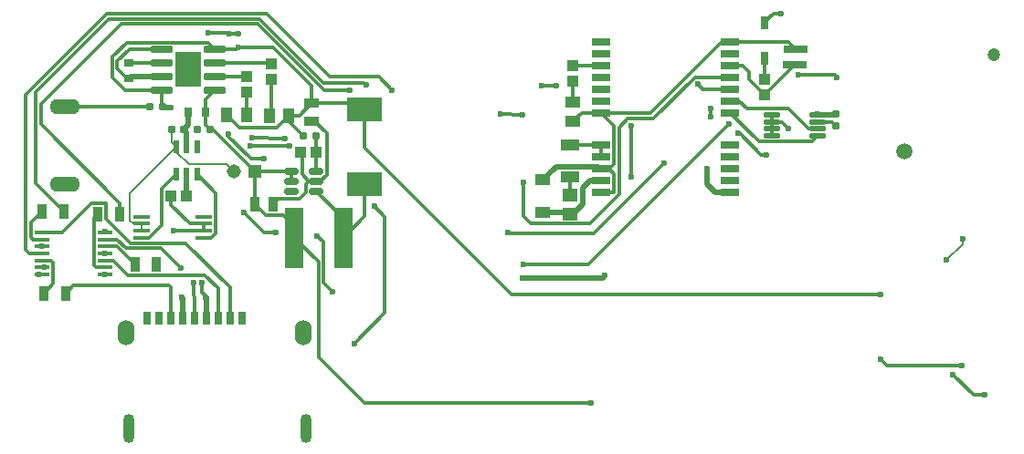
<source format=gbr>
%TF.GenerationSoftware,KiCad,Pcbnew,8.0.3*%
%TF.CreationDate,2025-01-08T01:15:00+05:30*%
%TF.ProjectId,gps,6770732e-6b69-4636-9164-5f7063625858,rev?*%
%TF.SameCoordinates,Original*%
%TF.FileFunction,Copper,L1,Top*%
%TF.FilePolarity,Positive*%
%FSLAX46Y46*%
G04 Gerber Fmt 4.6, Leading zero omitted, Abs format (unit mm)*
G04 Created by KiCad (PCBNEW 8.0.3) date 2025-01-08 01:15:00*
%MOMM*%
%LPD*%
G01*
G04 APERTURE LIST*
G04 Aperture macros list*
%AMRoundRect*
0 Rectangle with rounded corners*
0 $1 Rounding radius*
0 $2 $3 $4 $5 $6 $7 $8 $9 X,Y pos of 4 corners*
0 Add a 4 corners polygon primitive as box body*
4,1,4,$2,$3,$4,$5,$6,$7,$8,$9,$2,$3,0*
0 Add four circle primitives for the rounded corners*
1,1,$1+$1,$2,$3*
1,1,$1+$1,$4,$5*
1,1,$1+$1,$6,$7*
1,1,$1+$1,$8,$9*
0 Add four rect primitives between the rounded corners*
20,1,$1+$1,$2,$3,$4,$5,0*
20,1,$1+$1,$4,$5,$6,$7,0*
20,1,$1+$1,$6,$7,$8,$9,0*
20,1,$1+$1,$8,$9,$2,$3,0*%
G04 Aperture macros list end*
%TA.AperFunction,SMDPad,CuDef*%
%ADD10RoundRect,0.155000X0.212500X0.155000X-0.212500X0.155000X-0.212500X-0.155000X0.212500X-0.155000X0*%
%TD*%
%TA.AperFunction,SMDPad,CuDef*%
%ADD11RoundRect,0.155000X-0.155000X0.212500X-0.155000X-0.212500X0.155000X-0.212500X0.155000X0.212500X0*%
%TD*%
%TA.AperFunction,SMDPad,CuDef*%
%ADD12R,1.020000X1.040000*%
%TD*%
%TA.AperFunction,SMDPad,CuDef*%
%ADD13R,1.470000X0.970000*%
%TD*%
%TA.AperFunction,SMDPad,CuDef*%
%ADD14R,1.100000X1.450000*%
%TD*%
%TA.AperFunction,SMDPad,CuDef*%
%ADD15R,0.590000X1.210000*%
%TD*%
%TA.AperFunction,SMDPad,CuDef*%
%ADD16R,2.200000X0.650000*%
%TD*%
%TA.AperFunction,SMDPad,CuDef*%
%ADD17R,2.300000X0.650000*%
%TD*%
%TA.AperFunction,SMDPad,CuDef*%
%ADD18R,0.950000X1.450000*%
%TD*%
%TA.AperFunction,SMDPad,CuDef*%
%ADD19R,0.700000X1.200000*%
%TD*%
%TA.AperFunction,ComponentPad*%
%ADD20O,1.550000X2.350000*%
%TD*%
%TA.AperFunction,ComponentPad*%
%ADD21O,1.050000X2.700000*%
%TD*%
%TA.AperFunction,SMDPad,CuDef*%
%ADD22R,1.800000X0.800000*%
%TD*%
%TA.AperFunction,SMDPad,CuDef*%
%ADD23R,0.900000X0.650000*%
%TD*%
%TA.AperFunction,SMDPad,CuDef*%
%ADD24R,1.470000X1.200000*%
%TD*%
%TA.AperFunction,SMDPad,CuDef*%
%ADD25R,1.040000X1.020000*%
%TD*%
%TA.AperFunction,SMDPad,CuDef*%
%ADD26RoundRect,0.122500X-0.627500X-0.122500X0.627500X-0.122500X0.627500X0.122500X-0.627500X0.122500X0*%
%TD*%
%TA.AperFunction,SMDPad,CuDef*%
%ADD27R,1.700000X5.700000*%
%TD*%
%TA.AperFunction,SMDPad,CuDef*%
%ADD28RoundRect,0.160000X0.197500X0.160000X-0.197500X0.160000X-0.197500X-0.160000X0.197500X-0.160000X0*%
%TD*%
%TA.AperFunction,SMDPad,CuDef*%
%ADD29R,1.450000X1.100000*%
%TD*%
%TA.AperFunction,SMDPad,CuDef*%
%ADD30R,0.970000X1.470000*%
%TD*%
%TA.AperFunction,SMDPad,CuDef*%
%ADD31RoundRect,0.050000X-0.730000X-0.150000X0.730000X-0.150000X0.730000X0.150000X-0.730000X0.150000X0*%
%TD*%
%TA.AperFunction,ComponentPad*%
%ADD32R,1.308000X1.308000*%
%TD*%
%TA.AperFunction,ComponentPad*%
%ADD33C,1.308000*%
%TD*%
%TA.AperFunction,SMDPad,CuDef*%
%ADD34R,1.447800X1.066800*%
%TD*%
%TA.AperFunction,SMDPad,CuDef*%
%ADD35RoundRect,0.075000X-0.910000X-0.225000X0.910000X-0.225000X0.910000X0.225000X-0.910000X0.225000X0*%
%TD*%
%TA.AperFunction,SMDPad,CuDef*%
%ADD36R,2.413000X3.302000*%
%TD*%
%TA.AperFunction,SMDPad,CuDef*%
%ADD37R,0.730000X1.210000*%
%TD*%
%TA.AperFunction,SMDPad,CuDef*%
%ADD38R,1.750000X1.050000*%
%TD*%
%TA.AperFunction,SMDPad,CuDef*%
%ADD39R,1.473200X0.355600*%
%TD*%
%TA.AperFunction,SMDPad,CuDef*%
%ADD40RoundRect,0.150000X0.512500X0.150000X-0.512500X0.150000X-0.512500X-0.150000X0.512500X-0.150000X0*%
%TD*%
%TA.AperFunction,SMDPad,CuDef*%
%ADD41R,0.800000X0.950000*%
%TD*%
%TA.AperFunction,SMDPad,CuDef*%
%ADD42R,3.180000X2.250000*%
%TD*%
%TA.AperFunction,ComponentPad*%
%ADD43O,2.800000X1.400000*%
%TD*%
%TA.AperFunction,ComponentPad*%
%ADD44C,1.500000*%
%TD*%
%TA.AperFunction,ComponentPad*%
%ADD45C,1.200000*%
%TD*%
%TA.AperFunction,ViaPad*%
%ADD46C,0.600000*%
%TD*%
%TA.AperFunction,Conductor*%
%ADD47C,0.300000*%
%TD*%
%TA.AperFunction,Conductor*%
%ADD48C,0.500000*%
%TD*%
%TA.AperFunction,Conductor*%
%ADD49C,0.200000*%
%TD*%
G04 APERTURE END LIST*
D10*
%TO.P,C17,1*%
%TO.N,Net-(U8-VCC)*%
X132327900Y-67665600D03*
%TO.P,C17,2*%
%TO.N,BAT-*%
X131192900Y-67665600D03*
%TD*%
D11*
%TO.P,C15,1*%
%TO.N,+3.3V*%
X192786000Y-66234500D03*
%TO.P,C15,2*%
%TO.N,GND*%
X192786000Y-67369500D03*
%TD*%
D12*
%TO.P,R18,1*%
%TO.N,Net-(U5-V_BCKP)*%
X186182000Y-64489000D03*
%TO.P,R18,2*%
%TO.N,Net-(D1-PadC)*%
X186182000Y-63019000D03*
%TD*%
D13*
%TO.P,C19,1,1*%
%TO.N,+5V*%
X144181000Y-65260800D03*
%TO.P,C19,2,2*%
%TO.N,GND*%
X144181000Y-66920800D03*
%TD*%
D14*
%TO.P,D3,A*%
%TO.N,+5V*%
X142033000Y-66421000D03*
%TO.P,D3,C*%
%TO.N,Net-(D3-PadC)*%
X140233000Y-66421000D03*
%TD*%
D15*
%TO.P,U8,1,OD*%
%TO.N,Net-(U8-OD)*%
X131635000Y-71836400D03*
%TO.P,U8,2,CS*%
%TO.N,Net-(U8-CS)*%
X132585000Y-71836400D03*
%TO.P,U8,3,OC*%
%TO.N,Net-(U8-OC)*%
X133535000Y-71836400D03*
%TO.P,U8,4,TD*%
%TO.N,unconnected-(U8-TD-Pad4)*%
X133535000Y-69326400D03*
%TO.P,U8,5,VCC*%
%TO.N,Net-(U8-VCC)*%
X132585000Y-69326400D03*
%TO.P,U8,6,GND*%
%TO.N,BAT-*%
X131635000Y-69326400D03*
%TD*%
D16*
%TO.P,BT2,+*%
%TO.N,Net-(U5-V_BCKP)*%
X188976000Y-61722000D03*
D17*
%TO.P,BT2,-*%
%TO.N,GND*%
X189026000Y-60222000D03*
%TD*%
D18*
%TO.P,R21,1,1*%
%TO.N,SD_SCK*%
X129794000Y-80213200D03*
%TO.P,R21,2,2*%
%TO.N,Net-(U9-2A)*%
X127794000Y-80213200D03*
%TD*%
D14*
%TO.P,D5,A,A*%
%TO.N,+5V*%
X136321400Y-66370200D03*
%TO.P,D5,C,C*%
%TO.N,Net-(D5-PadC)*%
X138121400Y-66370200D03*
%TD*%
D18*
%TO.P,R23,1,1*%
%TO.N,SD_DO_LLC*%
X121345200Y-82931000D03*
%TO.P,R23,2,2*%
%TO.N,Net-(U9-4A)*%
X119345200Y-82931000D03*
%TD*%
D10*
%TO.P,C16,1*%
%TO.N,+5V*%
X130321300Y-65557400D03*
%TO.P,C16,2*%
%TO.N,GND*%
X129186300Y-65557400D03*
%TD*%
D19*
%TO.P,J5,1,DAT2*%
%TO.N,unconnected-(J5-DAT2-Pad1)*%
X137713250Y-85232500D03*
%TO.P,J5,2,CD/DAT3*%
%TO.N,SD_CS_LLS*%
X136613250Y-85232500D03*
%TO.P,J5,3,CMD*%
%TO.N,SD_DI_LLS*%
X135513250Y-85232500D03*
%TO.P,J5,4,VDD*%
%TO.N,+3.3V*%
X134413250Y-85232500D03*
%TO.P,J5,5,CLK*%
%TO.N,SD_SCK_LLS*%
X133313250Y-85232500D03*
%TO.P,J5,6,VSS*%
%TO.N,GND*%
X132213250Y-85232500D03*
%TO.P,J5,7,DAT0*%
%TO.N,SD_DO_LLC*%
X131113250Y-85232500D03*
%TO.P,J5,8,DAT1*%
%TO.N,unconnected-(J5-DAT1-Pad8)*%
X130013250Y-85232500D03*
%TO.P,J5,CD,CD*%
%TO.N,unconnected-(J5-PadCD)*%
X128913250Y-85232500D03*
D20*
%TO.P,J5,G1,COVER_GND*%
%TO.N,GND*%
X126963250Y-86582500D03*
%TO.P,J5,G2,COVER_GND*%
X143413250Y-86582500D03*
D21*
%TO.P,J5,G3,COVER_GND*%
X127263250Y-95482500D03*
%TO.P,J5,G4,COVER_GND*%
X143663250Y-95482500D03*
%TD*%
D22*
%TO.P,U5,1*%
%TO.N,N/C*%
X170960000Y-59530000D03*
%TO.P,U5,2,SS_N*%
%TO.N,unconnected-(U5-SS_N-Pad2)*%
X170960000Y-60630000D03*
%TO.P,U5,3,TIMEPULSE*%
%TO.N,Net-(U5-TIMEPULSE)*%
X170960000Y-61730000D03*
%TO.P,U5,4,EXTINT0*%
%TO.N,unconnected-(U5-EXTINT0-Pad4)*%
X170960000Y-62830000D03*
%TO.P,U5,5,USB_DM*%
%TO.N,unconnected-(U5-USB_DM-Pad5)*%
X170960000Y-63930000D03*
%TO.P,U5,6,USB_DP*%
%TO.N,unconnected-(U5-USB_DP-Pad6)*%
X170960000Y-65030000D03*
%TO.P,U5,7,VDDUSB*%
%TO.N,GND*%
X170960000Y-66130000D03*
%TO.P,U5,8,RSVD_8*%
%TO.N,Net-(U5-RSVD_8)*%
X170960000Y-69130000D03*
%TO.P,U5,9,VCC_RF*%
X170960000Y-70230000D03*
%TO.P,U5,10,GND*%
%TO.N,GND*%
X170960000Y-71330000D03*
%TO.P,U5,11,RF_IN*%
%TO.N,Net-(U5-RF_IN)*%
X170960000Y-72430000D03*
%TO.P,U5,12,GND*%
%TO.N,GND*%
X170960000Y-73530000D03*
%TO.P,U5,13,GND*%
X182960000Y-73530000D03*
%TO.P,U5,14,MOSI/CFG_COM0*%
%TO.N,unconnected-(U5-MOSI{slash}CFG_COM0-Pad14)*%
X182960000Y-72430000D03*
%TO.P,U5,15,MISO/CFG_COM1*%
%TO.N,unconnected-(U5-MISO{slash}CFG_COM1-Pad15)*%
X182960000Y-71330000D03*
%TO.P,U5,16,CFG_GPS0/SCK*%
%TO.N,unconnected-(U5-CFG_GPS0{slash}SCK-Pad16)*%
X182960000Y-70230000D03*
%TO.P,U5,17,RSVD_17*%
%TO.N,unconnected-(U5-RSVD_17-Pad17)*%
X182960000Y-69130000D03*
%TO.P,U5,18,SDA2*%
%TO.N,SDA_GPS*%
X182960000Y-66130000D03*
%TO.P,U5,19,SCL2*%
%TO.N,SCL_GPS*%
X182960000Y-65030000D03*
%TO.P,U5,20,TXD1*%
%TO.N,GPS_TXD*%
X182960000Y-63930000D03*
%TO.P,U5,21,RXD1*%
%TO.N,GPS_RXD*%
X182960000Y-62830000D03*
%TO.P,U5,22,V_BCKP*%
%TO.N,Net-(U5-V_BCKP)*%
X182960000Y-61730000D03*
%TO.P,U5,23,VCC*%
%TO.N,+3.3V*%
X182960000Y-60630000D03*
%TO.P,U5,24,GND*%
%TO.N,GND*%
X182960000Y-59530000D03*
%TD*%
D18*
%TO.P,R22,1,1*%
%TO.N,SD_CS*%
X121192800Y-75285600D03*
%TO.P,R22,2,2*%
%TO.N,Net-(U9-3A)*%
X119192800Y-75285600D03*
%TD*%
D12*
%TO.P,R14,1*%
%TO.N,Net-(D4-PadA)*%
X168402000Y-63219000D03*
%TO.P,R14,2*%
%TO.N,Net-(U5-TIMEPULSE)*%
X168402000Y-61749000D03*
%TD*%
D23*
%TO.P,R13,1,1*%
%TO.N,GND*%
X127213800Y-62980400D03*
%TO.P,R13,2,2*%
%TO.N,Net-(U7-PROG)*%
X127213800Y-61530400D03*
%TD*%
D24*
%TO.P,L1,1*%
%TO.N,Net-(L1-Pad1)*%
X168148000Y-73816000D03*
%TO.P,L1,2*%
%TO.N,Net-(U5-RF_IN)*%
X168148000Y-75536000D03*
%TD*%
D25*
%TO.P,R12,1*%
%TO.N,GND*%
X131128600Y-73888600D03*
%TO.P,R12,2*%
%TO.N,Net-(U8-CS)*%
X132598600Y-73888600D03*
%TD*%
D12*
%TO.P,R11,1*%
%TO.N,Net-(U7-~{CHRG})*%
X140447200Y-61569600D03*
%TO.P,R11,2*%
%TO.N,Net-(D3-PadC)*%
X140447200Y-63039600D03*
%TD*%
D26*
%TO.P,U6,1,A0*%
%TO.N,GND*%
X186871000Y-66335000D03*
%TO.P,U6,2,A1*%
X186871000Y-66985000D03*
%TO.P,U6,3,A2*%
X186871000Y-67635000D03*
%TO.P,U6,4,VSS*%
X186871000Y-68285000D03*
%TO.P,U6,5,SDA*%
%TO.N,SDA_GPS*%
X191081000Y-68285000D03*
%TO.P,U6,6,SCL*%
%TO.N,SCL_GPS*%
X191081000Y-67635000D03*
%TO.P,U6,7,WP*%
%TO.N,GND*%
X191081000Y-66985000D03*
%TO.P,U6,8,VCC*%
%TO.N,+3.3V*%
X191081000Y-66335000D03*
%TD*%
D27*
%TO.P,L2,1*%
%TO.N,BAT+*%
X142591400Y-77749400D03*
%TO.P,L2,2*%
%TO.N,Net-(U10-SW)*%
X147091400Y-77749400D03*
%TD*%
D28*
%TO.P,R26,1*%
%TO.N,Net-(U10-FB)*%
X144600700Y-68326000D03*
%TO.P,R26,2*%
%TO.N,+5V*%
X143405700Y-68326000D03*
%TD*%
D29*
%TO.P,D4,A*%
%TO.N,Net-(D4-PadA)*%
X168402000Y-65140000D03*
%TO.P,D4,C*%
%TO.N,GND*%
X168402000Y-66940000D03*
%TD*%
D30*
%TO.P,C2,1,1*%
%TO.N,BAT+*%
X138931400Y-74650600D03*
%TO.P,C2,2,2*%
%TO.N,GND*%
X140591400Y-74650600D03*
%TD*%
D31*
%TO.P,Q3,1*%
%TO.N,unconnected-(Q3-Pad1)_0*%
X128397800Y-75783800D03*
%TO.P,Q3,2*%
%TO.N,BAT-*%
X128397800Y-76433800D03*
%TO.P,Q3,3*%
X128397800Y-77083800D03*
%TO.P,Q3,4*%
%TO.N,Net-(U8-OD)*%
X128397800Y-77733800D03*
%TO.P,Q3,5*%
%TO.N,Net-(U8-OC)*%
X134157800Y-77733800D03*
%TO.P,Q3,6*%
%TO.N,GND*%
X134157800Y-77083800D03*
%TO.P,Q3,7*%
X134157800Y-76433800D03*
%TO.P,Q3,8*%
%TO.N,unconnected-(Q3-Pad1)*%
X134157800Y-75783800D03*
%TD*%
D32*
%TO.P,J2,1,1*%
%TO.N,BAT+*%
X138932600Y-71568400D03*
D33*
%TO.P,J2,2,2*%
%TO.N,BAT-*%
X136932600Y-71568400D03*
%TD*%
D34*
%TO.P,AE2,1,FEED/GND*%
%TO.N,GND*%
X165580000Y-72392000D03*
%TO.P,AE2,2,FEED/GND*%
%TO.N,Net-(U5-RF_IN)*%
X165580000Y-75440000D03*
%TD*%
D35*
%TO.P,U7,1,TEMP*%
%TO.N,GND*%
X130261800Y-60223400D03*
%TO.P,U7,2,PROG*%
%TO.N,Net-(U7-PROG)*%
X130261800Y-61493400D03*
%TO.P,U7,3,GND*%
%TO.N,GND*%
X130261800Y-62763400D03*
%TO.P,U7,4,VCC*%
%TO.N,+5V*%
X130261800Y-64033400D03*
%TO.P,U7,5,BAT*%
%TO.N,BAT+*%
X135211800Y-64033400D03*
%TO.P,U7,6,~{STDBY}*%
%TO.N,Net-(U7-~{STDBY})*%
X135211800Y-62763400D03*
%TO.P,U7,7,~{CHRG}*%
%TO.N,Net-(U7-~{CHRG})*%
X135211800Y-61493400D03*
%TO.P,U7,8,CE*%
%TO.N,+5V*%
X135211800Y-60223400D03*
D36*
%TO.P,U7,9,EP*%
%TO.N,unconnected-(U7-EP-Pad9)*%
X132736800Y-62128400D03*
%TD*%
D12*
%TO.P,R1,1*%
%TO.N,Net-(U7-~{STDBY})*%
X138110400Y-62792000D03*
%TO.P,R1,2*%
%TO.N,Net-(D5-PadC)*%
X138110400Y-64262000D03*
%TD*%
D37*
%TO.P,D1,A*%
%TO.N,+3.3V*%
X186182000Y-57756000D03*
%TO.P,D1,C*%
%TO.N,Net-(D1-PadC)*%
X186182000Y-61116000D03*
%TD*%
D25*
%TO.P,R20,1*%
%TO.N,GND*%
X143142800Y-69824600D03*
%TO.P,R20,2*%
%TO.N,Net-(U10-FB)*%
X144612800Y-69824600D03*
%TD*%
D18*
%TO.P,R15,1,1*%
%TO.N,SD_MOSI*%
X126374400Y-75565000D03*
%TO.P,R15,2,2*%
%TO.N,Net-(U9-1A)*%
X124374400Y-75565000D03*
%TD*%
D10*
%TO.P,C18,1*%
%TO.N,BAT+*%
X134740900Y-67665600D03*
%TO.P,C18,2*%
%TO.N,GND*%
X133605900Y-67665600D03*
%TD*%
D38*
%TO.P,R24,1,1*%
%TO.N,Net-(U5-RSVD_8)*%
X168148000Y-69162000D03*
%TO.P,R24,2,2*%
%TO.N,Net-(L1-Pad1)*%
X168148000Y-72062000D03*
%TD*%
D39*
%TO.P,U9,1,1~OE*%
%TO.N,GND*%
X125044200Y-81153000D03*
%TO.P,U9,2,1A*%
%TO.N,Net-(U9-1A)*%
X125044200Y-80492600D03*
%TO.P,U9,3,1Y*%
%TO.N,SD_DI_LLS*%
X125044200Y-79857600D03*
%TO.P,U9,4,2~OE*%
%TO.N,GND*%
X125044200Y-79197200D03*
%TO.P,U9,5,2A*%
%TO.N,Net-(U9-2A)*%
X125044200Y-78536800D03*
%TO.P,U9,6,2Y*%
%TO.N,SD_SCK_LLS*%
X125044200Y-77901800D03*
%TO.P,U9,7,GND*%
%TO.N,GND*%
X125044200Y-77241400D03*
%TO.P,U9,8,3Y*%
%TO.N,SD_CS_LLS*%
X119202200Y-77241400D03*
%TO.P,U9,9,3A*%
%TO.N,Net-(U9-3A)*%
X119202200Y-77901800D03*
%TO.P,U9,10,3~OE*%
%TO.N,GND*%
X119202200Y-78536800D03*
%TO.P,U9,11,4Y*%
%TO.N,SD_MISO*%
X119202200Y-79197200D03*
%TO.P,U9,12,4A*%
%TO.N,Net-(U9-4A)*%
X119202200Y-79857600D03*
%TO.P,U9,13,4~OE*%
%TO.N,GND*%
X119202200Y-80492600D03*
%TO.P,U9,14,VCC*%
%TO.N,+3.3V*%
X119202200Y-81153000D03*
%TD*%
D40*
%TO.P,U10,1,SW*%
%TO.N,Net-(U10-SW)*%
X144607300Y-73455700D03*
%TO.P,U10,2,GND*%
%TO.N,GND*%
X144607300Y-72505700D03*
%TO.P,U10,3,FB*%
%TO.N,Net-(U10-FB)*%
X144607300Y-71555700D03*
%TO.P,U10,4,EN*%
%TO.N,BAT+*%
X142332300Y-71555700D03*
%TO.P,U10,5,IN*%
X142332300Y-72505700D03*
%TO.P,U10,6,NC*%
%TO.N,unconnected-(U10-NC-Pad6)*%
X142332300Y-73455700D03*
%TD*%
D41*
%TO.P,R25,1,1*%
%TO.N,Net-(U8-VCC)*%
X132713000Y-66090800D03*
%TO.P,R25,2,2*%
%TO.N,BAT+*%
X134313000Y-66090800D03*
%TD*%
D42*
%TO.P,D2,A*%
%TO.N,Net-(U10-SW)*%
X149083200Y-72745600D03*
%TO.P,D2,C*%
%TO.N,+5V*%
X149083200Y-65835600D03*
%TD*%
D43*
%TO.P,J1,S1,SHIELD*%
%TO.N,GND*%
X121335800Y-72743800D03*
%TO.P,J1,S2,SHIELD*%
X121335800Y-65593800D03*
%TD*%
D44*
%TO.P,J4,1*%
%TO.N,N/C*%
X199075400Y-69737400D03*
D45*
%TO.P,J4,2*%
X207375400Y-60737400D03*
%TD*%
D46*
%TO.N,SIM_PWRKEY*%
X162380000Y-77300000D03*
X176870000Y-70830000D03*
%TO.N,GPS_RXD*%
X163790000Y-72590000D03*
%TO.N,SD_CS*%
X149220000Y-63560000D03*
%TO.N,SD_MISO*%
X151650000Y-64060000D03*
%TO.N,GND*%
X144180000Y-66900000D03*
X192790000Y-67370000D03*
X132130000Y-83240000D03*
X125030000Y-79170000D03*
X163730000Y-81500000D03*
X188380000Y-67640000D03*
X170980000Y-66160000D03*
X171380000Y-81210000D03*
X119190000Y-78540000D03*
X129740000Y-60230000D03*
X125050000Y-81160000D03*
X180790000Y-71310000D03*
X133610000Y-67660000D03*
X125040000Y-77220000D03*
X131340000Y-77060000D03*
X119410000Y-80470000D03*
%TO.N,+3.3V*%
X136510000Y-58770000D03*
X186190000Y-57740000D03*
X181170000Y-65720000D03*
X182990000Y-60640000D03*
X137350000Y-58770000D03*
X134600000Y-58720000D03*
X187710000Y-56970000D03*
X134380000Y-83240000D03*
X181180000Y-66550000D03*
X166890000Y-63660000D03*
X118930000Y-81180000D03*
X191080000Y-66270000D03*
X165470000Y-63640000D03*
X134000000Y-81950000D03*
%TO.N,SD_MOSI*%
X147730000Y-64090000D03*
%TO.N,RXD_SIM*%
X189306200Y-62611000D03*
X192862200Y-62839600D03*
%TO.N,CTS*%
X144703800Y-77571600D03*
X146100800Y-82804000D03*
%TO.N,GPS_TXD*%
X179933600Y-63474600D03*
%TO.N,ESP_EN*%
X161690000Y-66290000D03*
X163750000Y-66300000D03*
%TO.N,TXD_SIM*%
X182854600Y-67208400D03*
X163830000Y-80238600D03*
%TO.N,RXD_0*%
X138500000Y-69220000D03*
X142090000Y-69210000D03*
%TO.N,SD_SCK*%
X149990000Y-74790000D03*
X148110000Y-87570000D03*
X129800000Y-80200000D03*
%TO.N,SIM_DTR*%
X173761400Y-72110600D03*
X173760000Y-67350000D03*
%TO.N,TXD_0*%
X138658600Y-68478400D03*
X141706600Y-68503800D03*
%TO.N,+5V*%
X196930000Y-83010000D03*
X137363200Y-60071000D03*
X131114800Y-65633600D03*
%TO.N,BAT+*%
X170027600Y-93116400D03*
%TO.N,Net-(J4-I{slash}O)*%
X204530000Y-77830000D03*
X203040000Y-79840000D03*
%TO.N,DTR*%
X139776200Y-70434200D03*
X137860000Y-75400000D03*
X140870000Y-77300000D03*
X136448800Y-68148200D03*
%TO.N,SD_SCK_LLS*%
X133197600Y-81940400D03*
X132080000Y-80594200D03*
%TO.N,SIM_VDD*%
X204419200Y-89585800D03*
X196900800Y-89001600D03*
%TO.N,Net-(J4-CLK)*%
X206560000Y-92330000D03*
X203630000Y-90430000D03*
%TO.N,SIM_RXD*%
X186283600Y-70027800D03*
X183692800Y-68072000D03*
%TD*%
D47*
%TO.N,SIM_PWRKEY*%
X162320000Y-77360000D02*
X162310000Y-77360000D01*
X162380000Y-77300000D02*
X162320000Y-77360000D01*
X162440000Y-77360000D02*
X162380000Y-77300000D01*
X170340000Y-77360000D02*
X162440000Y-77360000D01*
X176870000Y-70830000D02*
X170340000Y-77360000D01*
D48*
%TO.N,Net-(U5-RF_IN)*%
X169283000Y-74667000D02*
X168414000Y-75536000D01*
X169283000Y-73107000D02*
X169283000Y-74667000D01*
X169960000Y-72430000D02*
X169283000Y-73107000D01*
X168414000Y-75536000D02*
X168148000Y-75536000D01*
X170960000Y-72430000D02*
X169960000Y-72430000D01*
D47*
%TO.N,GPS_RXD*%
X169954000Y-76436000D02*
X164475200Y-76436000D01*
X163790000Y-72590000D02*
X163780000Y-72610000D01*
X172660000Y-73730000D02*
X169954000Y-76436000D01*
X164475200Y-76436000D02*
X163780000Y-75740800D01*
X173490761Y-66700000D02*
X172660000Y-67530761D01*
X175859671Y-66700000D02*
X173490761Y-66700000D01*
X182960000Y-62830000D02*
X179729671Y-62830000D01*
X172660000Y-67530761D02*
X172660000Y-73730000D01*
X179729671Y-62830000D02*
X175859671Y-66700000D01*
X163780000Y-75740800D02*
X163790000Y-72590000D01*
%TO.N,SD_CS*%
X145260000Y-63350000D02*
X149010000Y-63350000D01*
X118610000Y-64199089D02*
X125389089Y-57420000D01*
X149010000Y-63350000D02*
X149220000Y-63560000D01*
X125389089Y-57420000D02*
X139330000Y-57420000D01*
X139330000Y-57420000D02*
X145260000Y-63350000D01*
X118610000Y-72702800D02*
X118610000Y-64199089D01*
X121192800Y-75285600D02*
X118610000Y-72702800D01*
%TO.N,SD_MISO*%
X125202693Y-56970000D02*
X117700000Y-64472693D01*
X145858910Y-62808910D02*
X140020000Y-56970000D01*
X140020000Y-56970000D02*
X125202693Y-56970000D01*
X150398910Y-62808910D02*
X145858910Y-62808910D01*
X117700000Y-78910000D02*
X117987200Y-79197200D01*
X117987200Y-79197200D02*
X119202200Y-79197200D01*
X151650000Y-64060000D02*
X150398910Y-62808910D01*
X117700000Y-64472693D02*
X117700000Y-78910000D01*
D48*
%TO.N,GND*%
X170767000Y-71137000D02*
X170960000Y-71330000D01*
D47*
X186871000Y-66985000D02*
X186871000Y-66335000D01*
X134157800Y-76433800D02*
X134157800Y-77083800D01*
X129740000Y-60230000D02*
X129746600Y-60223400D01*
X131373800Y-77083800D02*
X131350000Y-77060000D01*
X170960000Y-71330000D02*
X171760000Y-71330000D01*
X126140000Y-62031600D02*
X126140000Y-61380000D01*
D48*
X132213250Y-85232500D02*
X132213250Y-83323250D01*
D47*
X186871000Y-68285000D02*
X186871000Y-67635000D01*
X192786500Y-67370000D02*
X192790000Y-67370000D01*
D48*
X165580000Y-72392000D02*
X166835000Y-71137000D01*
D47*
X172160000Y-70930000D02*
X172160000Y-67330000D01*
X188334000Y-59530000D02*
X189026000Y-60222000D01*
D48*
X127430800Y-62763400D02*
X127213800Y-62980400D01*
D47*
X182960000Y-59530000D02*
X188334000Y-59530000D01*
X172210000Y-71820000D02*
X171720000Y-71330000D01*
X169212000Y-66130000D02*
X168402000Y-66940000D01*
X143944801Y-72505700D02*
X143294800Y-71855699D01*
X188380000Y-67640000D02*
X188410000Y-67640000D01*
X131128600Y-73888600D02*
X131128600Y-74698600D01*
X175560000Y-66130000D02*
X182160000Y-59530000D01*
X127296600Y-60223400D02*
X129733400Y-60223400D01*
X172160000Y-67330000D02*
X170990000Y-66160000D01*
X143056062Y-74105700D02*
X143634551Y-73527211D01*
X121372200Y-65557400D02*
X121335800Y-65593800D01*
D48*
X182960000Y-73530000D02*
X181560000Y-73530000D01*
D47*
X192790000Y-67370000D02*
X192790000Y-67373500D01*
X143634551Y-72815950D02*
X143944801Y-72505700D01*
X187755000Y-66985000D02*
X188380000Y-67610000D01*
X182160000Y-59530000D02*
X182960000Y-59530000D01*
X131340000Y-77060000D02*
X131340000Y-77050000D01*
X172210000Y-73480000D02*
X172210000Y-71820000D01*
D48*
X130261800Y-62763400D02*
X127430800Y-62763400D01*
X181560000Y-73530000D02*
X180780000Y-72750000D01*
D47*
X172160000Y-73530000D02*
X172210000Y-73480000D01*
X131128600Y-74698600D02*
X132863800Y-76433800D01*
X144180000Y-66900000D02*
X144431000Y-66920800D01*
X192401500Y-66985000D02*
X192786500Y-67370000D01*
X129733400Y-60223400D02*
X129740000Y-60230000D01*
X129746600Y-60223400D02*
X130261800Y-60223400D01*
X188410000Y-67640000D02*
X188390000Y-67620000D01*
X143294800Y-69976600D02*
X143142800Y-69824600D01*
X131350000Y-77060000D02*
X131340000Y-77060000D01*
X143634551Y-73527211D02*
X143634551Y-72815950D01*
X134157800Y-77083800D02*
X131373800Y-77083800D01*
X140591400Y-74650600D02*
X141136300Y-74105700D01*
X192790000Y-67373500D02*
X192786000Y-67369500D01*
X191081000Y-66985000D02*
X192401500Y-66985000D01*
D48*
X132213250Y-83323250D02*
X132130000Y-83240000D01*
D47*
X132863800Y-76433800D02*
X134157800Y-76433800D01*
X170960000Y-66130000D02*
X175560000Y-66130000D01*
X143944801Y-72505700D02*
X144607300Y-72505700D01*
X129186300Y-65557400D02*
X121372200Y-65557400D01*
X170980000Y-66150000D02*
X170960000Y-66130000D01*
D48*
X171150000Y-81500000D02*
X171380000Y-81270000D01*
D47*
X186871000Y-67635000D02*
X186871000Y-66985000D01*
D48*
X166835000Y-71137000D02*
X170767000Y-71137000D01*
D47*
X141136300Y-74105700D02*
X143056062Y-74105700D01*
D48*
X180790000Y-71310000D02*
X180780000Y-71330000D01*
D47*
X145569800Y-68059600D02*
X145569800Y-71896252D01*
X144960352Y-72505700D02*
X144607300Y-72505700D01*
X186871000Y-66985000D02*
X187755000Y-66985000D01*
X127088800Y-62980400D02*
X126140000Y-62031600D01*
X170990000Y-66160000D02*
X170980000Y-66160000D01*
D48*
X163730000Y-81500000D02*
X171150000Y-81500000D01*
D47*
X145569800Y-71896252D02*
X144960352Y-72505700D01*
X144181000Y-66920800D02*
X144180000Y-66900000D01*
X143294800Y-71855699D02*
X143294800Y-69976600D01*
X171760000Y-71330000D02*
X172160000Y-70930000D01*
X188380000Y-67610000D02*
X188380000Y-67640000D01*
X170960000Y-73530000D02*
X172160000Y-73530000D01*
X171720000Y-71330000D02*
X170960000Y-71330000D01*
X126140000Y-61380000D02*
X127296600Y-60223400D01*
X131340000Y-77050000D02*
X131360000Y-77070000D01*
D48*
X180780000Y-72750000D02*
X180790000Y-71310000D01*
D47*
X170960000Y-66130000D02*
X169212000Y-66130000D01*
X170980000Y-66160000D02*
X170980000Y-66150000D01*
X144431000Y-66920800D02*
X145569800Y-68059600D01*
%TO.N,+3.3V*%
X165490000Y-63660000D02*
X165480000Y-63650000D01*
X134000000Y-82849000D02*
X134383000Y-83232000D01*
X165510000Y-63640000D02*
X165490000Y-63660000D01*
X187710000Y-56970000D02*
X186960000Y-56970000D01*
X186960000Y-56970000D02*
X186190000Y-57740000D01*
D48*
X192685500Y-66335000D02*
X192786000Y-66234500D01*
X134413250Y-85232500D02*
X134413250Y-83273250D01*
X191081000Y-66335000D02*
X192685500Y-66335000D01*
D47*
X166890000Y-63660000D02*
X165510000Y-63640000D01*
X136510000Y-58770000D02*
X137330000Y-58770000D01*
X134000000Y-81950000D02*
X134000000Y-82849000D01*
X134600000Y-58720000D02*
X136460000Y-58720000D01*
X136460000Y-58720000D02*
X136510000Y-58770000D01*
X181180000Y-66550000D02*
X181180000Y-65780000D01*
D48*
X134413250Y-83273250D02*
X134380000Y-83240000D01*
D47*
%TO.N,SD_MOSI*%
X139143604Y-57870000D02*
X145363604Y-64090000D01*
X126374400Y-75565000D02*
X126374400Y-74540000D01*
X126530000Y-57870000D02*
X132440000Y-57870000D01*
X126374400Y-74540000D02*
X119060000Y-67225600D01*
X145363604Y-64090000D02*
X147730000Y-64090000D01*
X119060000Y-67225600D02*
X119060000Y-65340000D01*
X147730000Y-64090000D02*
X147690000Y-64090000D01*
X132440000Y-57870000D02*
X139143604Y-57870000D01*
X119060000Y-65340000D02*
X126530000Y-57870000D01*
%TO.N,RXD_SIM*%
X189306200Y-62611000D02*
X192633600Y-62611000D01*
X192633600Y-62611000D02*
X192862200Y-62839600D01*
%TO.N,CTS*%
X145255400Y-81958600D02*
X146100800Y-82804000D01*
X144703800Y-77571600D02*
X145255400Y-78123200D01*
X145255400Y-78123200D02*
X145255400Y-81958600D01*
%TO.N,GPS_TXD*%
X182960000Y-63930000D02*
X180389000Y-63930000D01*
X180389000Y-63930000D02*
X179933600Y-63474600D01*
%TO.N,ESP_EN*%
X161690000Y-66290000D02*
X163750000Y-66300000D01*
X163760000Y-66290000D02*
X163770000Y-66300000D01*
X163750000Y-66300000D02*
X163760000Y-66290000D01*
%TO.N,TXD_SIM*%
X163830000Y-80238600D02*
X169851400Y-80238600D01*
X169851400Y-80238600D02*
X182803800Y-67286200D01*
X182854600Y-67208400D02*
X182803800Y-67157600D01*
X182803800Y-67286200D02*
X182854600Y-67208400D01*
%TO.N,RXD_0*%
X138530000Y-69210000D02*
X138500000Y-69220000D01*
X138500000Y-69220000D02*
X138510000Y-69210000D01*
X142090000Y-69210000D02*
X138530000Y-69210000D01*
X138510000Y-69210000D02*
X138520000Y-69210000D01*
%TO.N,SD_SCK*%
X148110000Y-87570000D02*
X150973200Y-84706800D01*
X149990000Y-74790000D02*
X149960000Y-74790000D01*
X149960000Y-74790000D02*
X150010000Y-74840000D01*
X149990000Y-74820000D02*
X149990000Y-74790000D01*
X150973200Y-75803200D02*
X149990000Y-74820000D01*
X150973200Y-84706800D02*
X150973200Y-75803200D01*
%TO.N,SIM_DTR*%
X173760000Y-72109200D02*
X173761400Y-72110600D01*
X173760000Y-67350000D02*
X173760000Y-72109200D01*
%TO.N,TXD_0*%
X141732000Y-68478400D02*
X141757400Y-68503800D01*
X141706600Y-68503800D02*
X141732000Y-68478400D01*
X138658600Y-68478400D02*
X141706600Y-68503800D01*
D48*
%TO.N,Net-(U5-RF_IN)*%
X168052000Y-75440000D02*
X168148000Y-75536000D01*
X165580000Y-75440000D02*
X168052000Y-75440000D01*
D47*
X168142200Y-75541800D02*
X168148000Y-75536000D01*
%TO.N,Net-(U5-V_BCKP)*%
X184734200Y-63041200D02*
X186182000Y-64489000D01*
X184734200Y-62382400D02*
X184734200Y-63041200D01*
X182960000Y-61730000D02*
X184081800Y-61730000D01*
X184081800Y-61730000D02*
X184734200Y-62382400D01*
X186182000Y-64489000D02*
X188949000Y-61722000D01*
X188949000Y-61722000D02*
X188976000Y-61722000D01*
%TO.N,+5V*%
X142033000Y-66421000D02*
X143020800Y-66421000D01*
X140958000Y-67496000D02*
X142033000Y-66421000D01*
X136321400Y-66370200D02*
X137447200Y-67496000D01*
X126891800Y-64033400D02*
X125690000Y-62831600D01*
X140578600Y-60071000D02*
X144181000Y-63673400D01*
X143020800Y-66421000D02*
X144181000Y-65260800D01*
X137210800Y-60223400D02*
X137363200Y-60071000D01*
X162710000Y-83010000D02*
X149083200Y-69383200D01*
X142033000Y-66421000D02*
X142033000Y-66953300D01*
X137363200Y-60071000D02*
X140578600Y-60071000D01*
X144181000Y-65260800D02*
X148508400Y-65260800D01*
D48*
X130397500Y-65633600D02*
X130321300Y-65557400D01*
D47*
X125690000Y-62831600D02*
X125690000Y-60960000D01*
X196930000Y-83010000D02*
X162710000Y-83010000D01*
X130261800Y-65497900D02*
X130321300Y-65557400D01*
X134602200Y-59613800D02*
X135211800Y-60223400D01*
X148508400Y-65260800D02*
X149083200Y-65835600D01*
X142033000Y-66953300D02*
X143405700Y-68326000D01*
X144181000Y-63673400D02*
X144181000Y-65260800D01*
X149083200Y-69383200D02*
X149083200Y-65835600D01*
X135211800Y-60223400D02*
X137210800Y-60223400D01*
D48*
X131114800Y-65633600D02*
X130397500Y-65633600D01*
D47*
X130261800Y-64033400D02*
X130261800Y-65497900D01*
X130261800Y-64033400D02*
X126891800Y-64033400D01*
X125690000Y-60960000D02*
X127036200Y-59613800D01*
X137447200Y-67496000D02*
X140958000Y-67496000D01*
X127036200Y-59613800D02*
X134602200Y-59613800D01*
%TO.N,BAT+*%
X144957800Y-88976200D02*
X149072600Y-93091000D01*
X135211800Y-64033400D02*
X134313000Y-64932200D01*
X142591400Y-77749400D02*
X144805400Y-79963400D01*
X134313000Y-66090800D02*
X134313000Y-67237700D01*
X134313000Y-64932200D02*
X134313000Y-66090800D01*
X138932600Y-74649400D02*
X138931400Y-74650600D01*
X142332300Y-71555700D02*
X142332300Y-72505700D01*
X135029800Y-67665600D02*
X138932600Y-71568400D01*
X149072600Y-93091000D02*
X170002200Y-93091000D01*
X141560000Y-75680000D02*
X142591400Y-76711400D01*
X138932600Y-71568400D02*
X142319600Y-71568400D01*
X134740900Y-67665600D02*
X135029800Y-67665600D01*
X142591400Y-76711400D02*
X142591400Y-77749400D01*
X144805400Y-85953600D02*
X144805400Y-88823800D01*
X138932600Y-71568400D02*
X138932600Y-74649400D01*
X144805400Y-79963400D02*
X144805400Y-85953600D01*
X141554400Y-75685600D02*
X141560000Y-75680000D01*
X170053000Y-93091000D02*
X170154600Y-93091000D01*
X142319600Y-71568400D02*
X142332300Y-71555700D01*
X138931400Y-74650600D02*
X139966400Y-75685600D01*
X170002200Y-93091000D02*
X170027600Y-93116400D01*
X134313000Y-67237700D02*
X134740900Y-67665600D01*
X144805400Y-88823800D02*
X144957800Y-88976200D01*
X170027600Y-93116400D02*
X170053000Y-93091000D01*
X139966400Y-75685600D02*
X141554400Y-75685600D01*
D49*
%TO.N,Net-(J4-I{slash}O)*%
X203040000Y-79840000D02*
X204530000Y-78350000D01*
X204530000Y-78350000D02*
X204530000Y-77830000D01*
%TO.N,BAT-*%
X127317800Y-73643600D02*
X127317800Y-76133800D01*
X131635000Y-69776400D02*
X132773000Y-70914400D01*
X131192900Y-67665600D02*
X131192900Y-68884300D01*
X127317800Y-76133800D02*
X127617800Y-76433800D01*
X131635000Y-69326400D02*
X131635000Y-69776400D01*
X132773000Y-70914400D02*
X136278600Y-70914400D01*
X131192900Y-68884300D02*
X131635000Y-69326400D01*
X127617800Y-76433800D02*
X128397800Y-76433800D01*
X136278600Y-70914400D02*
X136932600Y-71568400D01*
X131635000Y-69326400D02*
X127317800Y-73643600D01*
X128397800Y-76433800D02*
X128397800Y-77083800D01*
D48*
%TO.N,Net-(U8-VCC)*%
X132713000Y-66090800D02*
X132713000Y-67280500D01*
X132327900Y-67665600D02*
X132585000Y-67922700D01*
X132585000Y-67922700D02*
X132585000Y-69326400D01*
X132713000Y-67280500D02*
X132327900Y-67665600D01*
D47*
%TO.N,DTR*%
X139776200Y-70434200D02*
X138531600Y-70434200D01*
X139760800Y-77300000D02*
X137860800Y-75400000D01*
X138531600Y-70434200D02*
X136398000Y-68300600D01*
X137860000Y-75400000D02*
X137860000Y-75399200D01*
X137860000Y-75399200D02*
X137980800Y-75520000D01*
X140870000Y-77300000D02*
X139760800Y-77300000D01*
X137860800Y-75400000D02*
X137860000Y-75400000D01*
%TO.N,SD_SCK_LLS*%
X130214800Y-78729000D02*
X132080000Y-80594200D01*
X125044200Y-77901800D02*
X126118996Y-77901800D01*
X126118996Y-77901800D02*
X126946196Y-78729000D01*
X133197600Y-83146600D02*
X133197600Y-81940400D01*
X132080000Y-80594200D02*
X132105400Y-80619600D01*
X126946196Y-78729000D02*
X130214800Y-78729000D01*
X133313250Y-85232500D02*
X133313250Y-83262250D01*
X133313250Y-83262250D02*
X133197600Y-83146600D01*
%TO.N,SD_CS_LLS*%
X125149400Y-74540000D02*
X125149400Y-76000400D01*
X119202200Y-77241400D02*
X121037000Y-77241400D01*
X127406400Y-78257400D02*
X132508400Y-78257400D01*
X125149400Y-76000400D02*
X127406400Y-78257400D01*
X136583000Y-83232000D02*
X136613250Y-83262250D01*
X132508400Y-78257400D02*
X136583000Y-82332000D01*
X123738400Y-74540000D02*
X125149400Y-74540000D01*
X136613250Y-83262250D02*
X136613250Y-85232500D01*
X121037000Y-77241400D02*
X123738400Y-74540000D01*
X136583000Y-82332000D02*
X136583000Y-83232000D01*
%TO.N,SD_DO_LLC*%
X131083000Y-82332000D02*
X130945400Y-82194400D01*
X122081800Y-82194400D02*
X121345200Y-82931000D01*
X131083000Y-83232000D02*
X131113250Y-83262250D01*
X131113250Y-83262250D02*
X131113250Y-85232500D01*
X131083000Y-83232000D02*
X131083000Y-82332000D01*
X130945400Y-82194400D02*
X122081800Y-82194400D01*
%TO.N,SD_DI_LLS*%
X135513250Y-85232500D02*
X135513250Y-83262250D01*
X134284600Y-81254600D02*
X135483000Y-82453000D01*
X125044200Y-79857600D02*
X125755400Y-79857600D01*
X135513250Y-83262250D02*
X135483000Y-83232000D01*
X127152400Y-81254600D02*
X134284600Y-81254600D01*
X135483000Y-82453000D02*
X135483000Y-83232000D01*
X125755400Y-79857600D02*
X127152400Y-81254600D01*
%TO.N,Net-(D1-PadC)*%
X186182000Y-63019000D02*
X186182000Y-61116000D01*
%TO.N,Net-(U10-SW)*%
X147091400Y-77749400D02*
X149083200Y-75757600D01*
X144607300Y-73455700D02*
X147091400Y-75939800D01*
X149083200Y-75757600D02*
X149083200Y-72745600D01*
X147091400Y-75939800D02*
X147091400Y-77749400D01*
%TO.N,Net-(L1-Pad1)*%
X168148000Y-73816000D02*
X168148000Y-72062000D01*
%TO.N,Net-(U8-OC)*%
X135287800Y-77330160D02*
X134884160Y-77733800D01*
X135287800Y-73589200D02*
X135287800Y-77330160D01*
X133535000Y-71836400D02*
X135287800Y-73589200D01*
X134884160Y-77733800D02*
X134157800Y-77733800D01*
%TO.N,Net-(U8-OD)*%
X129124160Y-77733800D02*
X128397800Y-77733800D01*
X131635000Y-71836400D02*
X130308600Y-73162800D01*
X130308600Y-73162800D02*
X130308600Y-76549360D01*
X130308600Y-76549360D02*
X129124160Y-77733800D01*
%TO.N,Net-(U7-~{STDBY})*%
X135211800Y-62763400D02*
X138081800Y-62763400D01*
X138081800Y-62763400D02*
X138110400Y-62792000D01*
%TO.N,Net-(U7-~{CHRG})*%
X140371000Y-61493400D02*
X140447200Y-61569600D01*
X135211800Y-61493400D02*
X140371000Y-61493400D01*
%TO.N,Net-(U7-PROG)*%
X127213800Y-61530400D02*
X130224800Y-61530400D01*
X130224800Y-61530400D02*
X130261800Y-61493400D01*
D48*
%TO.N,Net-(U8-CS)*%
X132585000Y-71836400D02*
X132585000Y-73875000D01*
X132585000Y-73875000D02*
X132598600Y-73888600D01*
D47*
%TO.N,Net-(U5-TIMEPULSE)*%
X168402000Y-61749000D02*
X170941000Y-61749000D01*
X170941000Y-61749000D02*
X170960000Y-61730000D01*
%TO.N,Net-(U5-RSVD_8)*%
X168148000Y-69162000D02*
X170928000Y-69162000D01*
X170928000Y-69162000D02*
X170960000Y-69130000D01*
X170960000Y-69130000D02*
X170960000Y-70230000D01*
%TO.N,Net-(U9-1A)*%
X124007600Y-75931800D02*
X124007600Y-80335400D01*
X124164800Y-80492600D02*
X125044200Y-80492600D01*
X124007600Y-80335400D02*
X124164800Y-80492600D01*
X124374400Y-75565000D02*
X124007600Y-75931800D01*
%TO.N,Net-(U9-2A)*%
X126117600Y-78536800D02*
X125044200Y-78536800D01*
X127794000Y-80213200D02*
X126117600Y-78536800D01*
%TO.N,Net-(U9-3A)*%
X119202200Y-77901800D02*
X118348200Y-77901800D01*
X118165600Y-76312800D02*
X119192800Y-75285600D01*
X118165600Y-77719200D02*
X118165600Y-76312800D01*
X118348200Y-77901800D02*
X118165600Y-77719200D01*
%TO.N,Net-(U9-4A)*%
X120238800Y-80056000D02*
X120040400Y-79857600D01*
X120238800Y-82037400D02*
X120238800Y-80056000D01*
X120040400Y-79857600D02*
X119202200Y-79857600D01*
X119345200Y-82931000D02*
X120238800Y-82037400D01*
%TO.N,Net-(U10-FB)*%
X144612800Y-71550200D02*
X144607300Y-71555700D01*
X144612800Y-69824600D02*
X144612800Y-68338100D01*
X144612800Y-68338100D02*
X144600700Y-68326000D01*
X144612800Y-69824600D02*
X144612800Y-71550200D01*
%TO.N,SIM_VDD*%
X197485000Y-89585800D02*
X204419200Y-89585800D01*
X196900800Y-89001600D02*
X197485000Y-89585800D01*
%TO.N,SCL_GPS*%
X188395800Y-65790000D02*
X190240800Y-67635000D01*
X183760000Y-65030000D02*
X184520000Y-65790000D01*
X190240800Y-67635000D02*
X191081000Y-67635000D01*
X182960000Y-65030000D02*
X183760000Y-65030000D01*
X184520000Y-65790000D02*
X188395800Y-65790000D01*
%TO.N,SDA_GPS*%
X185660000Y-68830000D02*
X190536000Y-68830000D01*
X190536000Y-68830000D02*
X191081000Y-68285000D01*
X182960000Y-66130000D02*
X185660000Y-68830000D01*
%TO.N,Net-(D3-PadC)*%
X140447200Y-63039600D02*
X140447200Y-66206800D01*
X140447200Y-66206800D02*
X140233000Y-66421000D01*
%TO.N,Net-(J4-CLK)*%
X205530000Y-92330000D02*
X203630000Y-90430000D01*
X206560000Y-92330000D02*
X205530000Y-92330000D01*
%TO.N,SIM_RXD*%
X186283600Y-70027800D02*
X185857800Y-70027800D01*
X185857800Y-70027800D02*
X183902000Y-68072000D01*
X183902000Y-68072000D02*
X183692800Y-68072000D01*
%TO.N,Net-(D4-PadA)*%
X168402000Y-65140000D02*
X168402000Y-63219000D01*
%TO.N,Net-(D5-PadC)*%
X138110400Y-66359200D02*
X138121400Y-66370200D01*
X138110400Y-64262000D02*
X138110400Y-66359200D01*
%TD*%
M02*

</source>
